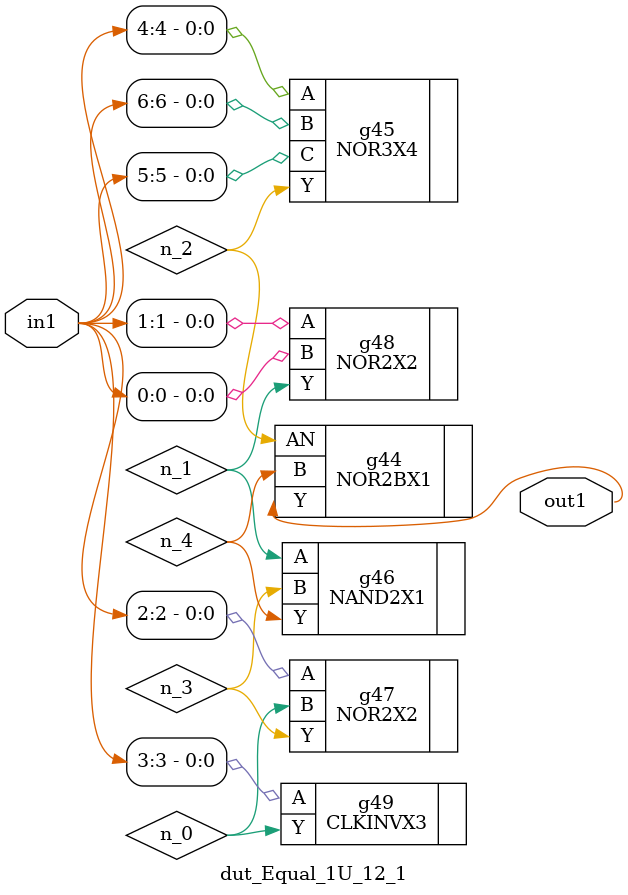
<source format=v>
`timescale 1ps / 1ps


module dut_Equal_1U_12_1(in1, out1);
  input [6:0] in1;
  output out1;
  wire [6:0] in1;
  wire out1;
  wire n_0, n_1, n_2, n_3, n_4;
  NOR2BX1 g44(.AN (n_2), .B (n_4), .Y (out1));
  NAND2X1 g46(.A (n_1), .B (n_3), .Y (n_4));
  NOR2X2 g47(.A (in1[2]), .B (n_0), .Y (n_3));
  NOR3X4 g45(.A (in1[4]), .B (in1[6]), .C (in1[5]), .Y (n_2));
  NOR2X2 g48(.A (in1[1]), .B (in1[0]), .Y (n_1));
  CLKINVX3 g49(.A (in1[3]), .Y (n_0));
endmodule



</source>
